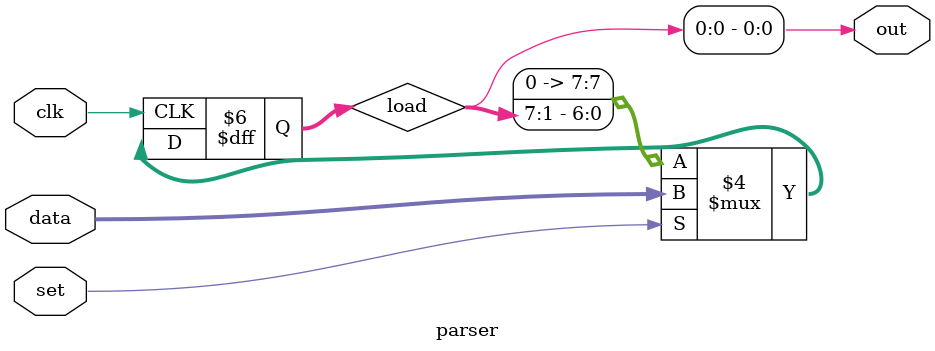
<source format=v>
`timescale 1ns / 1ps


module parser#(parameter size=8)(data,clk,set,out);
    input [size-1:0] data;        //ÔØÈëµÄÊý¾Ý
    input clk;
    input set;
    output reg out;
                  //´®ÐÐÊä³ö×îµÍÎ»
    reg [size-1:0] load;          //ÁÙÊ±¼Ä´æÆ÷´æ´¢ÔØÈëµÄÖµ
    always@(posedge clk)
    begin
        if (set)
            load <= data;
        else
            load <= {1'b0,load[7:1]};
    end

    always@(*)
    begin
        out <= load[0];
    end
endmodule



</source>
